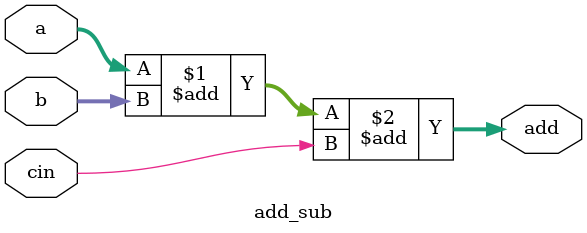
<source format=v>
module add_sub(a,b,cin,add);
  output [3:0] add;
input [3:0] a;
input [3:0] b;
input cin;
assign add = a + b + cin;
endmodule
</source>
